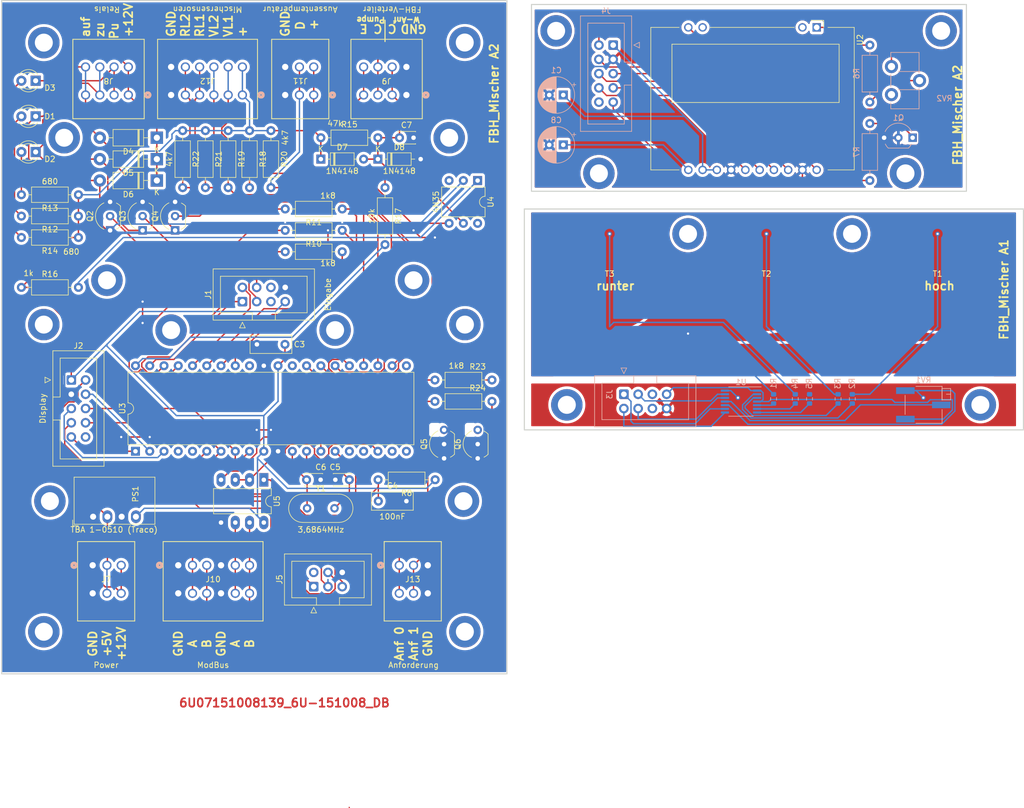
<source format=kicad_pcb>
(kicad_pcb (version 20221018) (generator pcbnew)

  (general
    (thickness 1.6)
  )

  (paper "A4")
  (title_block
    (comment 4 "AISLER Project ID: HIIXERFK")
  )

  (layers
    (0 "F.Cu" signal)
    (31 "B.Cu" signal)
    (32 "B.Adhes" user "B.Adhesive")
    (33 "F.Adhes" user "F.Adhesive")
    (34 "B.Paste" user)
    (35 "F.Paste" user)
    (36 "B.SilkS" user "B.Silkscreen")
    (37 "F.SilkS" user "F.Silkscreen")
    (38 "B.Mask" user)
    (39 "F.Mask" user)
    (40 "Dwgs.User" user "User.Drawings")
    (41 "Cmts.User" user "User.Comments")
    (42 "Eco1.User" user "User.Eco1")
    (43 "Eco2.User" user "User.Eco2")
    (44 "Edge.Cuts" user)
    (45 "Margin" user)
    (46 "B.CrtYd" user "B.Courtyard")
    (47 "F.CrtYd" user "F.Courtyard")
    (48 "B.Fab" user)
    (49 "F.Fab" user)
    (50 "User.1" user)
    (51 "User.2" user)
    (52 "User.3" user)
    (53 "User.4" user)
    (54 "User.5" user)
    (55 "User.6" user)
    (56 "User.7" user)
    (57 "User.8" user)
    (58 "User.9" user)
  )

  (setup
    (stackup
      (layer "F.SilkS" (type "Top Silk Screen"))
      (layer "F.Paste" (type "Top Solder Paste"))
      (layer "F.Mask" (type "Top Solder Mask") (thickness 0.01))
      (layer "F.Cu" (type "copper") (thickness 0.035))
      (layer "dielectric 1" (type "core") (thickness 1.51) (material "FR4") (epsilon_r 4.5) (loss_tangent 0.02))
      (layer "B.Cu" (type "copper") (thickness 0.035))
      (layer "B.Mask" (type "Bottom Solder Mask") (thickness 0.01))
      (layer "B.Paste" (type "Bottom Solder Paste"))
      (layer "B.SilkS" (type "Bottom Silk Screen"))
      (copper_finish "None")
      (dielectric_constraints no)
    )
    (pad_to_mask_clearance 0)
    (pcbplotparams
      (layerselection 0x00010fc_ffffffff)
      (plot_on_all_layers_selection 0x0000000_00000000)
      (disableapertmacros false)
      (usegerberextensions false)
      (usegerberattributes true)
      (usegerberadvancedattributes true)
      (creategerberjobfile true)
      (dashed_line_dash_ratio 12.000000)
      (dashed_line_gap_ratio 3.000000)
      (svgprecision 4)
      (plotframeref false)
      (viasonmask false)
      (mode 1)
      (useauxorigin false)
      (hpglpennumber 1)
      (hpglpenspeed 20)
      (hpglpendiameter 15.000000)
      (dxfpolygonmode true)
      (dxfimperialunits true)
      (dxfusepcbnewfont true)
      (psnegative false)
      (psa4output false)
      (plotreference true)
      (plotvalue true)
      (plotinvisibletext false)
      (sketchpadsonfab false)
      (subtractmaskfromsilk false)
      (outputformat 1)
      (mirror false)
      (drillshape 0)
      (scaleselection 1)
      (outputdirectory "")
    )
  )

  (net 0 "")
  (net 1 "+3.3V")
  (net 2 "GNDD")
  (net 3 "Net-(U2-VOUT)")
  (net 4 "+12V")
  (net 5 "SPI_MISO")
  (net 6 "SPI_SCK")
  (net 7 "SPI_MOSI")
  (net 8 "+5V")
  (net 9 "Net-(Q1-B)")
  (net 10 "Net-(Q2-B)")
  (net 11 "Net-(Q3-B)")
  (net 12 "Net-(Q4-B)")
  (net 13 "Net-(Q5-B)")
  (net 14 "Net-(Q6-B)")
  (net 15 "/Steuerung/Stockwerkverteiler/W-Anf.-In")
  (net 16 "Net-(D3-A)")
  (net 17 "Net-(U2-A1{slash}AGR{slash}AERW)")
  (net 18 "unconnected-(U2-C1{slash}CR-Pad2)")
  (net 19 "unconnected-(U2-C2{slash}CG{slash}CE-Pad9)")
  (net 20 "/Steuerung/Relais-Ansteuerung/Rls_Out_Status_Pumpe")
  (net 21 "/Steuerung/Sensoren/Sen_Sensor_Aussen")
  (net 22 "/Steuerung/Sensoren/Sen_Sensor_VL1")
  (net 23 "/Steuerung/Sensoren/Sen_Sensor_VL2")
  (net 24 "/Steuerung/Sensoren/Sen_Sensor_RL1")
  (net 25 "/Steuerung/Sensoren/Sen_Sensor_RL2")
  (net 26 "/Eingabe/Taster_up")
  (net 27 "/Eingabe/Taster_dwn")
  (net 28 "/Eingabe/Taster_mnu")
  (net 29 "/Eingabe/Taster_light")
  (net 30 "/Steuerung/Strg_Taster_up")
  (net 31 "/Steuerung/Strg_Taster_dwn")
  (net 32 "/Steuerung/Strg_Taster_mnu")
  (net 33 "/Steuerung/Strg_Taster_light")
  (net 34 "/Steuerung/Strg_Display_Reset")
  (net 35 "/Steuerung/Strg_Display_CS")
  (net 36 "/Steuerung/Strg_Display_Light")
  (net 37 "/Display/Disp_SPI_SCK")
  (net 38 "/Display/Disp_SPI_MOSI")
  (net 39 "/Display/SPI_MISO")
  (net 40 "/Display/Disp_CS")
  (net 41 "/Display/Disp_Reset")
  (net 42 "/Display/Disp_Light")
  (net 43 "/Steuerung/Stockwerkverteiler/SWV_IN_Anforderung")
  (net 44 "/Steuerung/Relais-Ansteuerung/Rls_Pumpe_an")
  (net 45 "/Steuerung/Relais-Ansteuerung/Rls_Mischer_zu")
  (net 46 "/Steuerung/Relais-Ansteuerung/Rls_Mischer_auf")
  (net 47 "/Steuerung/Out_Anforderung/Out_Anf0")
  (net 48 "/Steuerung/Out_Anforderung/Out_Anf1")
  (net 49 "Guard")
  (net 50 "/Steuerung/RS485/ModBus_Rx")
  (net 51 "/Steuerung/RS485/ModBus_SE")
  (net 52 "/Steuerung/RS485/Modbus_Tx")
  (net 53 "/Steuerung/+5V")
  (net 54 "/Steuerung/Stockwerkverteiler/Pumpe Status C")
  (net 55 "/Steuerung/Stockwerkverteiler/Pumpe Status E")
  (net 56 "Net-(J5-Pin_5)")
  (net 57 "Net-(U3-XTAL1)")
  (net 58 "Net-(U3-XTAL2)")
  (net 59 "Net-(D1-A)")
  (net 60 "Net-(D2-K)")
  (net 61 "Net-(D2-A)")
  (net 62 "Net-(D3-K)")
  (net 63 "unconnected-(J1-Pin_5-Pad5)")
  (net 64 "unconnected-(J1-Pin_6-Pad6)")
  (net 65 "unconnected-(J2-Pin_10-Pad10)")
  (net 66 "unconnected-(J3-Pin_5-Pad5)")
  (net 67 "unconnected-(J3-Pin_6-Pad6)")
  (net 68 "unconnected-(J4-Pin_10-Pad10)")
  (net 69 "unconnected-(J5-Pin_2-Pad2)")
  (net 70 "Net-(U5-A)")
  (net 71 "Net-(U5-B)")
  (net 72 "Net-(Q1-C)")
  (net 73 "Net-(U1-MTI2{slash}GUARD)")
  (net 74 "Net-(U1-MTI0)")
  (net 75 "Net-(U1-MTI1)")
  (net 76 "Net-(U1-MTI3)")
  (net 77 "Net-(U1-MTI4)")
  (net 78 "Net-(R6-Pad2)")
  (net 79 "Net-(R16-Pad2)")
  (net 80 "Net-(U1-MTSA)")
  (net 81 "unconnected-(RV2-Pad1)")
  (net 82 "unconnected-(U3-PB3-Pad4)")
  (net 83 "unconnected-(U3-PB4-Pad5)")
  (net 84 "unconnected-(U3-PD2-Pad16)")
  (net 85 "unconnected-(U3-PD3-Pad17)")
  (net 86 "unconnected-(U3-PD5-Pad19)")
  (net 87 "unconnected-(U3-PD6-Pad20)")
  (net 88 "unconnected-(U3-PD7-Pad21)")
  (net 89 "unconnected-(U3-PC7-Pad29)")
  (net 90 "unconnected-(U3-AREF-Pad32)")
  (net 91 "unconnected-(U4-NC-Pad3)")
  (net 92 "unconnected-(U4-Pad6)")
  (net 93 "/Steuerung/Out_Anforderung/Anf_Out_0")
  (net 94 "/Steuerung/Out_Anforderung/Anf_Out_1")
  (net 95 "/Eingabe/Touch_S1")
  (net 96 "/Eingabe/Touch_S2")
  (net 97 "/Eingabe/Touch_S3")
  (net 98 "/Eingabe/Touch_S4")

  (footprint "wago-footprints:CONN_233-506_WAG" (layer "F.Cu") (at 60.96 120.65))

  (footprint "wago-footprints:CONN_233-503_WAG" (layer "F.Cu") (at 45.72 120.65))

  (footprint "Diode_THT:D_DO-41_SOD81_P10.16mm_Horizontal" (layer "F.Cu") (at 57.15 44.45 180))

  (footprint "LED_THT:LED_D3.0mm" (layer "F.Cu") (at 35.56 46.99 180))

  (footprint "Connector_IDC:IDC-Header_2x05_P2.54mm_Vertical" (layer "F.Cu") (at 41.91 87.63))

  (footprint "Capacitor_THT:C_Rect_L7.2mm_W3.0mm_P5.00mm_FKS2_FKP2_MKS2_MKP2" (layer "F.Cu") (at 96.6 109.22))

  (footprint "MountingHole:MountingHole_3.2mm_M3_DIN965_Pad" (layer "F.Cu") (at 135.89 50.8))

  (footprint "MountingHole:MountingHole_3.2mm_M3_DIN965_Pad" (layer "F.Cu") (at 128.27 25.4))

  (footprint "MountingHole:MountingHole_3.2mm_M3_DIN965_Pad" (layer "F.Cu") (at 109.22 44.45))

  (footprint "Capacitor_THT:C_Rect_L7.2mm_W3.0mm_P5.00mm_FKS2_FKP2_MKS2_MKP2" (layer "F.Cu") (at 79.97 81.28 180))

  (footprint "Resistor_THT:R_Axial_DIN0207_L6.3mm_D2.5mm_P10.16mm_Horizontal" (layer "F.Cu") (at 106.68 87.63))

  (footprint "LED_THT:LED_D3.0mm" (layer "F.Cu") (at 35.56 40.64 180))

  (footprint "Converter_DCDC:Converter_DCDC_Murata_MEE3SxxxxSC_THT" (layer "F.Cu") (at 45.7975 111.9925 90))

  (footprint "Resistor_THT:R_Axial_DIN0207_L6.3mm_D2.5mm_P10.16mm_Horizontal" (layer "F.Cu") (at 77.47 43.18 -90))

  (footprint "wago-footprints:CONN_233-504_WAG" (layer "F.Cu") (at 52.07 36.83 180))

  (footprint "Resistor_THT:R_Axial_DIN0207_L6.3mm_D2.5mm_P10.16mm_Horizontal" (layer "F.Cu") (at 106.68 91.44))

  (footprint "Crystal:Crystal_HC49-4H_Vertical" (layer "F.Cu") (at 83.91 110.49))

  (footprint "MountingHole:MountingHole_3.2mm_M3_DIN965_Pad" (layer "F.Cu") (at 59.69 78.74))

  (footprint "Package_TO_SOT_THT:TO-92_Inline_Wide" (layer "F.Cu") (at 54.61 60.96 90))

  (footprint "lokal2:prox-sense-cap-directional-19.05mm" (layer "F.Cu") (at 165.735 69.2))

  (footprint "Resistor_THT:R_Axial_DIN0207_L6.3mm_D2.5mm_P10.16mm_Horizontal" (layer "F.Cu") (at 43.18 58.42 180))

  (footprint "lokal2:prox-sense-cap-directional-19.05mm" (layer "F.Cu") (at 137.795 69.2))

  (footprint "Capacitor_THT:C_Disc_D3.0mm_W2.0mm_P2.50mm" (layer "F.Cu") (at 83.82 105.41))

  (footprint "Diode_THT:D_DO-35_SOD27_P7.62mm_Horizontal" (layer "F.Cu") (at 86.36 48.26))

  (footprint "Package_TO_SOT_THT:TO-92_Inline_Wide" (layer "F.Cu") (at 48.82 60.96 90))

  (footprint "Resistor_THT:R_Axial_DIN0207_L6.3mm_D2.5mm_P10.16mm_Horizontal" (layer "F.Cu") (at 90.17 60.96 180))

  (footprint "Resistor_THT:R_Axial_DIN0207_L6.3mm_D2.5mm_P10.16mm_Horizontal" (layer "F.Cu") (at 90.17 57.15 180))

  (footprint "Capacitor_THT:C_Disc_D3.0mm_W2.0mm_P2.50mm" (layer "F.Cu") (at 100.37 44.45))

  (footprint "wago-footprints:CONN_233-506_WAG" (layer "F.Cu") (at 72.39 36.83 180))

  (footprint "Package_DIP:DIP-8_W7.62mm_LongPads" (layer "F.Cu") (at 76.2 105.42 -90))

  (footprint "Diode_THT:D_DO-41_SOD81_P10.16mm_Horizontal" (layer "F.Cu") (at 57.15 52.07 180))

  (footprint "MountingHole:MountingHole_3.2mm_M3_DIN965_Pad" (layer "F.Cu") (at 37.0127 77.753838))

  (footprint "Resistor_THT:R_Axial_DIN0207_L6.3mm_D2.5mm_P10.16mm_Horizontal" (layer "F.Cu") (at 106.72 105.41 180))

  (footprint "MountingHole:MountingHole_3.2mm_M3_DIN965_Pad" (layer "F.Cu") (at 111.992519 27.479985))

  (footprint "MountingHole:MountingHole_3.2mm_M3_DIN965_Pad" (layer "F.Cu") (at 37.013582 132.500864))

  (footprint "Resistor_THT:R_Axial_DIN0207_L6.3mm_D2.5mm_P10.16mm_Horizontal" (layer "F.Cu") (at 69.85 43.18 -90))

  (footprint "MountingHole:MountingHole_3.2mm_M3_DIN965_Pad" (layer "F.Cu") (at 48.26 69.85))

  (footprint "MountingHole:MountingHole_3.2mm_M3_DIN965_Pad" (layer "F.Cu") (at 37.015963 27.49956))

  (footprint "Display:EA_DOGS104X-A" (layer "F.Cu") (at 174.68 24.78 -90))

  (footprint "wago-footprints:CONN_233-503_WAG" (layer "F.Cu") (at 100.33 120.65))

  (footprint "MountingHole:MountingHole_3.2mm_M3_DIN965_Pad" (layer "F.Cu") (at 111.76 109.22))

  (footprint "Package_DIP:DIP-6_W7.62mm" (layer "F.Cu") (at 114.285 52.08 -90))

  (footprint "MountingHole:MountingHole_3.2mm_M3_DIN965_Pad" (layer "F.Cu") (at 112.014476 132.491077))

  (footprint "Package_DIP:DIP-40_W15.24mm" (layer "F.Cu") (at 53.34 100.33 90))

  (footprint "Resistor_THT:R_Axial_DIN0207_L6.3mm_D2.5mm_P10.16mm_Horizontal" (layer "F.Cu") (at 73.66 43.18 -90))

  (footprint "MountingHole:MountingHole_3.2mm_M3_DIN965_Pad" (layer "F.Cu") (at 190.5 50.8))

  (footprint "Diode_THT:D_DO-41_SOD81_P10.16mm_Horizontal" (layer "F.Cu")
    (tstamp 92285306-f396-423e-80e2-9a9bcd3598de)
    (at 57.15 48.26 180)
    (descr "Diode, DO-41_SOD81 series, Axial, Horizontal, pin pitch=10.16mm, , length*diameter=5.2*2.7mm^2, , http://www.diodes.com/_files/packages/DO-41%20(Plastic).pdf")
    (tags "Diode DO-41_SOD81 series Axial Horizontal pin pitch 10.16mm  length 5.2mm diameter 2.7mm")
    (property "Feld2" "")
    (property "Sheetfile" "relais.kicad_sch")
    (property "Sheetname" "Relais-Ansteuerung")
    (property "Sim.Device" "D")
    (property "Sim.Pins" "1=K 2=A")
    (property "ki_description" "400V 1A General Purpose R
... [996365 chars truncated]
</source>
